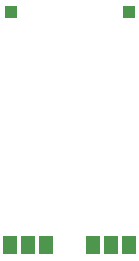
<source format=gbr>
G04 EAGLE Gerber RS-274X export*
G75*
%MOMM*%
%FSLAX34Y34*%
%LPD*%
%INSolderpaste Top*%
%IPPOS*%
%AMOC8*
5,1,8,0,0,1.08239X$1,22.5*%
G01*
%ADD10R,1.168400X1.600200*%
%ADD11R,1.000000X1.000000*%


D10*
X89760Y615000D03*
X105000Y615000D03*
X120240Y615000D03*
X19760Y615000D03*
X35000Y615000D03*
X50240Y615000D03*
D11*
X20000Y812500D03*
X120000Y812500D03*
M02*

</source>
